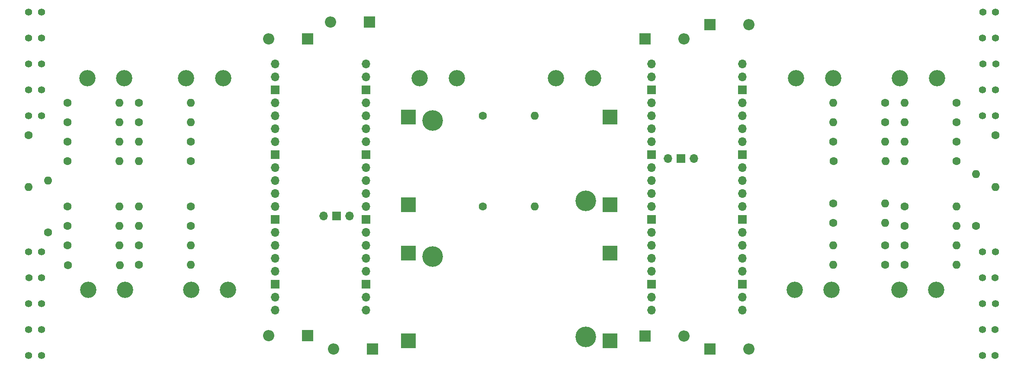
<source format=gbs>
%TF.GenerationSoftware,KiCad,Pcbnew,8.0.0*%
%TF.CreationDate,2024-03-12T20:28:27+02:00*%
%TF.ProjectId,fake-platka,66616b65-2d70-46c6-9174-6b612e6b6963,rev?*%
%TF.SameCoordinates,Original*%
%TF.FileFunction,Soldermask,Bot*%
%TF.FilePolarity,Negative*%
%FSLAX46Y46*%
G04 Gerber Fmt 4.6, Leading zero omitted, Abs format (unit mm)*
G04 Created by KiCad (PCBNEW 8.0.0) date 2024-03-12 20:28:27*
%MOMM*%
%LPD*%
G01*
G04 APERTURE LIST*
%ADD10R,2.200000X2.200000*%
%ADD11O,2.200000X2.200000*%
%ADD12C,1.397000*%
%ADD13C,1.600000*%
%ADD14O,1.600000X1.600000*%
%ADD15C,3.200400*%
%ADD16O,1.700000X1.700000*%
%ADD17R,1.700000X1.700000*%
%ADD18C,4.048000*%
%ADD19R,3.000000X3.000000*%
G04 APERTURE END LIST*
D10*
%TO.C,D5*%
X191604900Y-74949900D03*
D11*
X199224900Y-74949900D03*
%TD*%
D12*
%TO.C,J12*%
X58254900Y-129719900D03*
X60754900Y-129719900D03*
%TD*%
D13*
%TO.C,R21*%
X247484900Y-96699900D03*
D14*
X247484900Y-106859900D03*
%TD*%
D15*
%TO.C,J21*%
X236010000Y-85487899D03*
X228809999Y-85487899D03*
%TD*%
D16*
%TO.C,U3*%
X106514900Y-82729900D03*
X106514900Y-85269900D03*
D17*
X106514900Y-87809900D03*
D16*
X106514900Y-90349900D03*
X106514900Y-92889900D03*
X106514900Y-95429900D03*
X106514900Y-97969900D03*
D17*
X106514900Y-100509900D03*
D16*
X106514900Y-103049900D03*
X106514900Y-105589900D03*
X106514900Y-108129900D03*
X106514900Y-110669900D03*
D17*
X106514900Y-113209900D03*
D16*
X106514900Y-115749900D03*
X106514900Y-118289900D03*
X106514900Y-120829900D03*
X106514900Y-123369900D03*
D17*
X106514900Y-125909900D03*
D16*
X106514900Y-128449900D03*
X106514900Y-130989900D03*
X124294900Y-130989900D03*
X124294900Y-128449900D03*
D17*
X124294900Y-125909900D03*
D16*
X124294900Y-123369900D03*
X124294900Y-120829900D03*
X124294900Y-118289900D03*
X124294900Y-115749900D03*
D17*
X124294900Y-113209900D03*
D16*
X124294900Y-110669900D03*
X124294900Y-108129900D03*
X124294900Y-105589900D03*
X124294900Y-103049900D03*
D17*
X124294900Y-100509900D03*
D16*
X124294900Y-97969900D03*
X124294900Y-95429900D03*
X124294900Y-92889900D03*
X124294900Y-90349900D03*
D17*
X124294900Y-87809900D03*
D16*
X124294900Y-85269900D03*
X124294900Y-82729900D03*
X115989000Y-112459900D03*
D17*
X118529000Y-112459900D03*
D16*
X121069000Y-112459900D03*
%TD*%
D12*
%TO.C,J5*%
X58254900Y-82729900D03*
X60754900Y-82729900D03*
%TD*%
D13*
%TO.C,R16*%
X90004900Y-114479900D03*
D14*
X79844900Y-114479900D03*
%TD*%
D13*
%TO.C,R27*%
X215819900Y-101739900D03*
D14*
X225979900Y-101739900D03*
%TD*%
D12*
%TO.C,J19*%
X247524900Y-82729900D03*
X245024900Y-82729900D03*
%TD*%
D15*
%TO.C,J7*%
X76950000Y-85487899D03*
X69749999Y-85487899D03*
%TD*%
D13*
%TO.C,R29*%
X239864900Y-90349900D03*
D14*
X229704900Y-90349900D03*
%TD*%
D13*
%TO.C,R4*%
X65874900Y-101779900D03*
D14*
X76034900Y-101779900D03*
%TD*%
D13*
%TO.C,R7*%
X90004900Y-101779900D03*
D14*
X79844900Y-101779900D03*
%TD*%
D13*
%TO.C,R33*%
X229704900Y-118289900D03*
D14*
X239864900Y-118289900D03*
%TD*%
D13*
%TO.C,R8*%
X79844900Y-94159900D03*
D14*
X90004900Y-94159900D03*
%TD*%
D15*
%TO.C,J2*%
X142030000Y-85487899D03*
X134829999Y-85487899D03*
%TD*%
D13*
%TO.C,R18*%
X90004900Y-110669900D03*
D14*
X79844900Y-110669900D03*
%TD*%
D12*
%TO.C,J9*%
X58254900Y-72569900D03*
X60754900Y-72569900D03*
%TD*%
D10*
%TO.C,D1*%
X112864900Y-77809900D03*
D11*
X105244900Y-77809900D03*
%TD*%
D15*
%TO.C,J22*%
X215690000Y-85487899D03*
X208489999Y-85487899D03*
%TD*%
D10*
%TO.C,D2*%
X124929900Y-74474900D03*
D11*
X117309900Y-74474900D03*
%TD*%
D12*
%TO.C,J27*%
X244904900Y-134799900D03*
X247404900Y-134799900D03*
%TD*%
D10*
%TO.C,D3*%
X112864900Y-135909900D03*
D11*
X105244900Y-135909900D03*
%TD*%
D12*
%TO.C,J16*%
X58254900Y-139879900D03*
X60754900Y-139879900D03*
%TD*%
D13*
%TO.C,R38*%
X229704900Y-122099900D03*
D14*
X239864900Y-122099900D03*
%TD*%
D13*
%TO.C,R13*%
X65874900Y-110669900D03*
D14*
X76034900Y-110669900D03*
%TD*%
D16*
%TO.C,U4*%
X197954900Y-130989900D03*
X197954900Y-128449900D03*
D17*
X197954900Y-125909900D03*
D16*
X197954900Y-123369900D03*
X197954900Y-120829900D03*
X197954900Y-118289900D03*
X197954900Y-115749900D03*
D17*
X197954900Y-113209900D03*
D16*
X197954900Y-110669900D03*
X197954900Y-108129900D03*
X197954900Y-105589900D03*
X197954900Y-103049900D03*
D17*
X197954900Y-100509900D03*
D16*
X197954900Y-97969900D03*
X197954900Y-95429900D03*
X197954900Y-92889900D03*
X197954900Y-90349900D03*
D17*
X197954900Y-87809900D03*
D16*
X197954900Y-85269900D03*
X197954900Y-82729900D03*
X180174900Y-82729900D03*
X180174900Y-85269900D03*
D17*
X180174900Y-87809900D03*
D16*
X180174900Y-90349900D03*
X180174900Y-92889900D03*
X180174900Y-95429900D03*
X180174900Y-97969900D03*
D17*
X180174900Y-100509900D03*
D16*
X180174900Y-103049900D03*
X180174900Y-105589900D03*
X180174900Y-108129900D03*
X180174900Y-110669900D03*
D17*
X180174900Y-113209900D03*
D16*
X180174900Y-115749900D03*
X180174900Y-118289900D03*
X180174900Y-120829900D03*
X180174900Y-123369900D03*
D17*
X180174900Y-125909900D03*
D16*
X180174900Y-128449900D03*
X180174900Y-130989900D03*
X188480800Y-101259900D03*
D17*
X185940800Y-101259900D03*
D16*
X183400800Y-101259900D03*
%TD*%
D10*
%TO.C,D4*%
X125564900Y-138609900D03*
D11*
X117944900Y-138609900D03*
%TD*%
D13*
%TO.C,R12*%
X62064900Y-115749900D03*
D14*
X62064900Y-105589900D03*
%TD*%
D13*
%TO.C,R1*%
X147154900Y-92889900D03*
D14*
X157314900Y-92889900D03*
%TD*%
D18*
%TO.C,U2*%
X137343900Y-120480900D03*
X167315900Y-136228900D03*
D19*
X132581400Y-119782400D03*
X132581400Y-136927400D03*
X172078400Y-119782400D03*
X172078400Y-136927400D03*
%TD*%
D13*
%TO.C,R10*%
X79844900Y-90349900D03*
D14*
X90004900Y-90349900D03*
%TD*%
D13*
%TO.C,R22*%
X239864900Y-101779900D03*
D14*
X229704900Y-101779900D03*
%TD*%
D13*
%TO.C,R34*%
X215734900Y-110034900D03*
D14*
X225894900Y-110034900D03*
%TD*%
D12*
%TO.C,J10*%
X58254900Y-119549900D03*
X60754900Y-119549900D03*
%TD*%
D13*
%TO.C,R6*%
X65874900Y-94159900D03*
D14*
X76034900Y-94159900D03*
%TD*%
D13*
%TO.C,R24*%
X239864900Y-94159900D03*
D14*
X229704900Y-94159900D03*
%TD*%
D13*
%TO.C,R17*%
X79844900Y-118289900D03*
D14*
X90004900Y-118289900D03*
%TD*%
D13*
%TO.C,R31*%
X229704900Y-110669900D03*
D14*
X239864900Y-110669900D03*
%TD*%
D12*
%TO.C,J25*%
X244904900Y-124639900D03*
X247404900Y-124639900D03*
%TD*%
D13*
%TO.C,R25*%
X215734900Y-97969900D03*
D14*
X225894900Y-97969900D03*
%TD*%
D13*
%TO.C,R20*%
X65919800Y-122175901D03*
D14*
X76079800Y-122175901D03*
%TD*%
D13*
%TO.C,R26*%
X225894900Y-94159900D03*
D14*
X215734900Y-94159900D03*
%TD*%
D13*
%TO.C,R14*%
X65874900Y-114479900D03*
D14*
X76034900Y-114479900D03*
%TD*%
D15*
%TO.C,J8*%
X96310000Y-85487899D03*
X89109999Y-85487899D03*
%TD*%
D10*
%TO.C,D6*%
X178904900Y-77809900D03*
D11*
X186524900Y-77809900D03*
%TD*%
D13*
%TO.C,R19*%
X79844900Y-122099900D03*
D14*
X90004900Y-122099900D03*
%TD*%
D12*
%TO.C,J23*%
X247484900Y-72569900D03*
X244984900Y-72569900D03*
%TD*%
%TO.C,J6*%
X58254900Y-77649900D03*
X60754900Y-77649900D03*
%TD*%
D13*
%TO.C,R35*%
X225894900Y-122099900D03*
D14*
X215734900Y-122099900D03*
%TD*%
D12*
%TO.C,J3*%
X58254900Y-92889900D03*
X60754900Y-92889900D03*
%TD*%
D13*
%TO.C,R2*%
X147154900Y-110669900D03*
D14*
X157314900Y-110669900D03*
%TD*%
D13*
%TO.C,R11*%
X65874900Y-90349900D03*
D14*
X76034900Y-90349900D03*
%TD*%
D15*
%TO.C,J29*%
X208159800Y-126961901D03*
X215359801Y-126961901D03*
%TD*%
D12*
%TO.C,J17*%
X247444900Y-92889900D03*
X244944900Y-92889900D03*
%TD*%
%TO.C,J20*%
X247444900Y-77649900D03*
X244944900Y-77649900D03*
%TD*%
D18*
%TO.C,U1*%
X137343900Y-93810900D03*
X167315900Y-109558900D03*
D19*
X132581400Y-93112400D03*
X132581400Y-110257400D03*
X172078400Y-93112400D03*
X172078400Y-110257400D03*
%TD*%
D15*
%TO.C,J14*%
X69894900Y-126961901D03*
X77094901Y-126961901D03*
%TD*%
D12*
%TO.C,J11*%
X58294900Y-124639900D03*
X60794900Y-124639900D03*
%TD*%
D13*
%TO.C,R37*%
X225894900Y-118269900D03*
D14*
X215734900Y-118269900D03*
%TD*%
D13*
%TO.C,R30*%
X243674900Y-114479900D03*
D14*
X243674900Y-104319900D03*
%TD*%
D13*
%TO.C,R23*%
X239864900Y-97969900D03*
D14*
X229704900Y-97969900D03*
%TD*%
D13*
%TO.C,R15*%
X65874900Y-118289900D03*
D14*
X76034900Y-118289900D03*
%TD*%
D12*
%TO.C,J4*%
X58254900Y-87809900D03*
X60754900Y-87809900D03*
%TD*%
D10*
%TO.C,D7*%
X191604900Y-138529900D03*
D11*
X199224900Y-138529900D03*
%TD*%
D15*
%TO.C,J15*%
X90049800Y-126961901D03*
X97249801Y-126961901D03*
%TD*%
D10*
%TO.C,D8*%
X178904900Y-135989900D03*
D11*
X186524900Y-135989900D03*
%TD*%
D13*
%TO.C,R9*%
X90004900Y-97949900D03*
D14*
X79844900Y-97949900D03*
%TD*%
D12*
%TO.C,J30*%
X244904900Y-139879900D03*
X247404900Y-139879900D03*
%TD*%
%TO.C,J18*%
X247444900Y-87809900D03*
X244944900Y-87809900D03*
%TD*%
%TO.C,J13*%
X58254900Y-134799900D03*
X60754900Y-134799900D03*
%TD*%
D15*
%TO.C,J1*%
X168700000Y-85487899D03*
X161499999Y-85487899D03*
%TD*%
D13*
%TO.C,R36*%
X215734900Y-113864900D03*
D14*
X225894900Y-113864900D03*
%TD*%
D13*
%TO.C,R5*%
X65874900Y-97969900D03*
D14*
X76034900Y-97969900D03*
%TD*%
D13*
%TO.C,R3*%
X58234900Y-96699900D03*
D14*
X58234900Y-106859900D03*
%TD*%
D13*
%TO.C,R32*%
X229704900Y-114479900D03*
D14*
X239864900Y-114479900D03*
%TD*%
D13*
%TO.C,R28*%
X225894900Y-90349900D03*
D14*
X215734900Y-90349900D03*
%TD*%
D12*
%TO.C,J26*%
X244944900Y-129719900D03*
X247444900Y-129719900D03*
%TD*%
%TO.C,J24*%
X244944900Y-119559900D03*
X247444900Y-119559900D03*
%TD*%
D15*
%TO.C,J28*%
X228644900Y-126961901D03*
X235844901Y-126961901D03*
%TD*%
M02*

</source>
